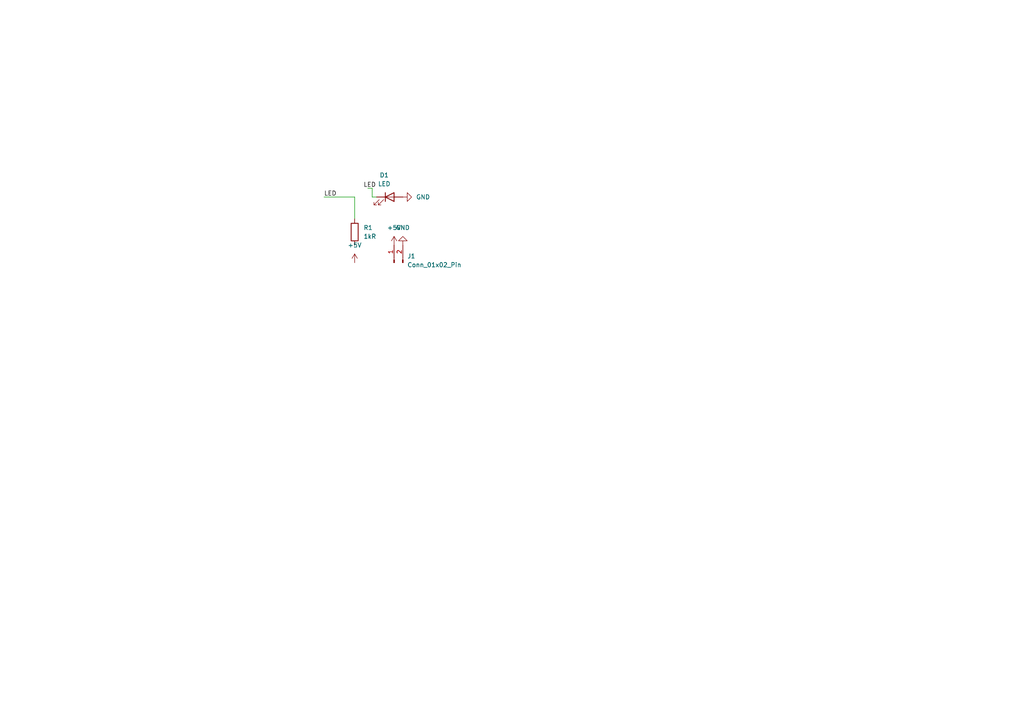
<source format=kicad_sch>
(kicad_sch (version 20230121) (generator eeschema)

  (uuid 4978d133-8c38-436f-8625-5b37764d141f)

  (paper "A4")

  (lib_symbols
    (symbol "Connector:Conn_01x02_Pin" (pin_names (offset 1.016) hide) (in_bom yes) (on_board yes)
      (property "Reference" "J" (at 0 2.54 0)
        (effects (font (size 1.27 1.27)))
      )
      (property "Value" "Conn_01x02_Pin" (at 0 -5.08 0)
        (effects (font (size 1.27 1.27)))
      )
      (property "Footprint" "" (at 0 0 0)
        (effects (font (size 1.27 1.27)) hide)
      )
      (property "Datasheet" "~" (at 0 0 0)
        (effects (font (size 1.27 1.27)) hide)
      )
      (property "ki_locked" "" (at 0 0 0)
        (effects (font (size 1.27 1.27)))
      )
      (property "ki_keywords" "connector" (at 0 0 0)
        (effects (font (size 1.27 1.27)) hide)
      )
      (property "ki_description" "Generic connector, single row, 01x02, script generated" (at 0 0 0)
        (effects (font (size 1.27 1.27)) hide)
      )
      (property "ki_fp_filters" "Connector*:*_1x??_*" (at 0 0 0)
        (effects (font (size 1.27 1.27)) hide)
      )
      (symbol "Conn_01x02_Pin_1_1"
        (polyline
          (pts
            (xy 1.27 -2.54)
            (xy 0.8636 -2.54)
          )
          (stroke (width 0.1524) (type default))
          (fill (type none))
        )
        (polyline
          (pts
            (xy 1.27 0)
            (xy 0.8636 0)
          )
          (stroke (width 0.1524) (type default))
          (fill (type none))
        )
        (rectangle (start 0.8636 -2.413) (end 0 -2.667)
          (stroke (width 0.1524) (type default))
          (fill (type outline))
        )
        (rectangle (start 0.8636 0.127) (end 0 -0.127)
          (stroke (width 0.1524) (type default))
          (fill (type outline))
        )
        (pin passive line (at 5.08 0 180) (length 3.81)
          (name "Pin_1" (effects (font (size 1.27 1.27))))
          (number "1" (effects (font (size 1.27 1.27))))
        )
        (pin passive line (at 5.08 -2.54 180) (length 3.81)
          (name "Pin_2" (effects (font (size 1.27 1.27))))
          (number "2" (effects (font (size 1.27 1.27))))
        )
      )
    )
    (symbol "Device:LED" (pin_numbers hide) (pin_names (offset 1.016) hide) (in_bom yes) (on_board yes)
      (property "Reference" "D" (at 0 2.54 0)
        (effects (font (size 1.27 1.27)))
      )
      (property "Value" "LED" (at 0 -2.54 0)
        (effects (font (size 1.27 1.27)))
      )
      (property "Footprint" "" (at 0 0 0)
        (effects (font (size 1.27 1.27)) hide)
      )
      (property "Datasheet" "~" (at 0 0 0)
        (effects (font (size 1.27 1.27)) hide)
      )
      (property "ki_keywords" "LED diode" (at 0 0 0)
        (effects (font (size 1.27 1.27)) hide)
      )
      (property "ki_description" "Light emitting diode" (at 0 0 0)
        (effects (font (size 1.27 1.27)) hide)
      )
      (property "ki_fp_filters" "LED* LED_SMD:* LED_THT:*" (at 0 0 0)
        (effects (font (size 1.27 1.27)) hide)
      )
      (symbol "LED_0_1"
        (polyline
          (pts
            (xy -1.27 -1.27)
            (xy -1.27 1.27)
          )
          (stroke (width 0.254) (type default))
          (fill (type none))
        )
        (polyline
          (pts
            (xy -1.27 0)
            (xy 1.27 0)
          )
          (stroke (width 0) (type default))
          (fill (type none))
        )
        (polyline
          (pts
            (xy 1.27 -1.27)
            (xy 1.27 1.27)
            (xy -1.27 0)
            (xy 1.27 -1.27)
          )
          (stroke (width 0.254) (type default))
          (fill (type none))
        )
        (polyline
          (pts
            (xy -3.048 -0.762)
            (xy -4.572 -2.286)
            (xy -3.81 -2.286)
            (xy -4.572 -2.286)
            (xy -4.572 -1.524)
          )
          (stroke (width 0) (type default))
          (fill (type none))
        )
        (polyline
          (pts
            (xy -1.778 -0.762)
            (xy -3.302 -2.286)
            (xy -2.54 -2.286)
            (xy -3.302 -2.286)
            (xy -3.302 -1.524)
          )
          (stroke (width 0) (type default))
          (fill (type none))
        )
      )
      (symbol "LED_1_1"
        (pin passive line (at -3.81 0 0) (length 2.54)
          (name "K" (effects (font (size 1.27 1.27))))
          (number "1" (effects (font (size 1.27 1.27))))
        )
        (pin passive line (at 3.81 0 180) (length 2.54)
          (name "A" (effects (font (size 1.27 1.27))))
          (number "2" (effects (font (size 1.27 1.27))))
        )
      )
    )
    (symbol "Device:R" (pin_numbers hide) (pin_names (offset 0)) (in_bom yes) (on_board yes)
      (property "Reference" "R" (at 2.032 0 90)
        (effects (font (size 1.27 1.27)))
      )
      (property "Value" "R" (at 0 0 90)
        (effects (font (size 1.27 1.27)))
      )
      (property "Footprint" "" (at -1.778 0 90)
        (effects (font (size 1.27 1.27)) hide)
      )
      (property "Datasheet" "~" (at 0 0 0)
        (effects (font (size 1.27 1.27)) hide)
      )
      (property "ki_keywords" "R res resistor" (at 0 0 0)
        (effects (font (size 1.27 1.27)) hide)
      )
      (property "ki_description" "Resistor" (at 0 0 0)
        (effects (font (size 1.27 1.27)) hide)
      )
      (property "ki_fp_filters" "R_*" (at 0 0 0)
        (effects (font (size 1.27 1.27)) hide)
      )
      (symbol "R_0_1"
        (rectangle (start -1.016 -2.54) (end 1.016 2.54)
          (stroke (width 0.254) (type default))
          (fill (type none))
        )
      )
      (symbol "R_1_1"
        (pin passive line (at 0 3.81 270) (length 1.27)
          (name "~" (effects (font (size 1.27 1.27))))
          (number "1" (effects (font (size 1.27 1.27))))
        )
        (pin passive line (at 0 -3.81 90) (length 1.27)
          (name "~" (effects (font (size 1.27 1.27))))
          (number "2" (effects (font (size 1.27 1.27))))
        )
      )
    )
    (symbol "power:+5V" (power) (pin_names (offset 0)) (in_bom yes) (on_board yes)
      (property "Reference" "#PWR" (at 0 -3.81 0)
        (effects (font (size 1.27 1.27)) hide)
      )
      (property "Value" "+5V" (at 0 3.556 0)
        (effects (font (size 1.27 1.27)))
      )
      (property "Footprint" "" (at 0 0 0)
        (effects (font (size 1.27 1.27)) hide)
      )
      (property "Datasheet" "" (at 0 0 0)
        (effects (font (size 1.27 1.27)) hide)
      )
      (property "ki_keywords" "global power" (at 0 0 0)
        (effects (font (size 1.27 1.27)) hide)
      )
      (property "ki_description" "Power symbol creates a global label with name \"+5V\"" (at 0 0 0)
        (effects (font (size 1.27 1.27)) hide)
      )
      (symbol "+5V_0_1"
        (polyline
          (pts
            (xy -0.762 1.27)
            (xy 0 2.54)
          )
          (stroke (width 0) (type default))
          (fill (type none))
        )
        (polyline
          (pts
            (xy 0 0)
            (xy 0 2.54)
          )
          (stroke (width 0) (type default))
          (fill (type none))
        )
        (polyline
          (pts
            (xy 0 2.54)
            (xy 0.762 1.27)
          )
          (stroke (width 0) (type default))
          (fill (type none))
        )
      )
      (symbol "+5V_1_1"
        (pin power_in line (at 0 0 90) (length 0) hide
          (name "+5V" (effects (font (size 1.27 1.27))))
          (number "1" (effects (font (size 1.27 1.27))))
        )
      )
    )
    (symbol "power:GND" (power) (pin_names (offset 0)) (in_bom yes) (on_board yes)
      (property "Reference" "#PWR" (at 0 -6.35 0)
        (effects (font (size 1.27 1.27)) hide)
      )
      (property "Value" "GND" (at 0 -3.81 0)
        (effects (font (size 1.27 1.27)))
      )
      (property "Footprint" "" (at 0 0 0)
        (effects (font (size 1.27 1.27)) hide)
      )
      (property "Datasheet" "" (at 0 0 0)
        (effects (font (size 1.27 1.27)) hide)
      )
      (property "ki_keywords" "global power" (at 0 0 0)
        (effects (font (size 1.27 1.27)) hide)
      )
      (property "ki_description" "Power symbol creates a global label with name \"GND\" , ground" (at 0 0 0)
        (effects (font (size 1.27 1.27)) hide)
      )
      (symbol "GND_0_1"
        (polyline
          (pts
            (xy 0 0)
            (xy 0 -1.27)
            (xy 1.27 -1.27)
            (xy 0 -2.54)
            (xy -1.27 -1.27)
            (xy 0 -1.27)
          )
          (stroke (width 0) (type default))
          (fill (type none))
        )
      )
      (symbol "GND_1_1"
        (pin power_in line (at 0 0 270) (length 0) hide
          (name "GND" (effects (font (size 1.27 1.27))))
          (number "1" (effects (font (size 1.27 1.27))))
        )
      )
    )
  )


  (wire (pts (xy 107.95 54.61) (xy 107.95 57.15))
    (stroke (width 0) (type default))
    (uuid 42a94567-1326-4785-85a6-117fcf53048b)
  )
  (wire (pts (xy 106.68 54.61) (xy 107.95 54.61))
    (stroke (width 0) (type default))
    (uuid 531063b1-bf8b-4827-bb30-dca1a7a4fb2b)
  )
  (wire (pts (xy 107.95 57.15) (xy 109.22 57.15))
    (stroke (width 0) (type default))
    (uuid b9d81f9e-ca4a-428f-93ad-168c0fe0f6f6)
  )
  (wire (pts (xy 102.87 57.15) (xy 102.87 63.5))
    (stroke (width 0) (type default))
    (uuid c9c420d7-7dfc-432e-a7ff-64d06beb34a1)
  )
  (wire (pts (xy 93.98 57.15) (xy 102.87 57.15))
    (stroke (width 0) (type default))
    (uuid e49df57c-256a-49a6-9090-585906685cdb)
  )

  (label "LED" (at 105.41 54.61 0) (fields_autoplaced)
    (effects (font (size 1.27 1.27)) (justify left bottom))
    (uuid d828e319-2213-4165-a0b4-eb2ed4edcb71)
  )
  (label "LED" (at 93.98 57.15 0) (fields_autoplaced)
    (effects (font (size 1.27 1.27)) (justify left bottom))
    (uuid e2b27868-b0a5-4dce-aeb6-46fdf772ddba)
  )

  (symbol (lib_id "power:GND") (at 116.84 71.12 180) (unit 1)
    (in_bom yes) (on_board yes) (dnp no) (fields_autoplaced)
    (uuid 392a7e80-be9a-4c89-b2c8-c2ffea0d6af0)
    (property "Reference" "#PWR03" (at 116.84 64.77 0)
      (effects (font (size 1.27 1.27)) hide)
    )
    (property "Value" "GND" (at 116.84 66.04 0)
      (effects (font (size 1.27 1.27)))
    )
    (property "Footprint" "" (at 116.84 71.12 0)
      (effects (font (size 1.27 1.27)) hide)
    )
    (property "Datasheet" "" (at 116.84 71.12 0)
      (effects (font (size 1.27 1.27)) hide)
    )
    (pin "1" (uuid d1154f05-fcc1-46f1-9fde-eecbad008547))
    (instances
      (project "Lab 2"
        (path "/4978d133-8c38-436f-8625-5b37764d141f"
          (reference "#PWR03") (unit 1)
        )
      )
    )
  )

  (symbol (lib_id "Device:R") (at 102.87 67.31 0) (unit 1)
    (in_bom yes) (on_board yes) (dnp no) (fields_autoplaced)
    (uuid 52b866bf-e0ca-4d4f-83b7-cea8c46a1e66)
    (property "Reference" "R1" (at 105.41 66.04 0)
      (effects (font (size 1.27 1.27)) (justify left))
    )
    (property "Value" "1kR" (at 105.41 68.58 0)
      (effects (font (size 1.27 1.27)) (justify left))
    )
    (property "Footprint" "" (at 101.092 67.31 90)
      (effects (font (size 1.27 1.27)) hide)
    )
    (property "Datasheet" "~" (at 102.87 67.31 0)
      (effects (font (size 1.27 1.27)) hide)
    )
    (pin "1" (uuid b554d6b9-8ce2-4ff7-850b-30dab1cae81d))
    (pin "2" (uuid 5bec5306-632f-4f2f-bbca-a6c784804fdf))
    (instances
      (project "Lab 2"
        (path "/4978d133-8c38-436f-8625-5b37764d141f"
          (reference "R1") (unit 1)
        )
      )
    )
  )

  (symbol (lib_id "power:+5V") (at 114.3 71.12 0) (unit 1)
    (in_bom yes) (on_board yes) (dnp no) (fields_autoplaced)
    (uuid 8557315f-5a76-4329-886f-90015f83cbce)
    (property "Reference" "#PWR01" (at 114.3 74.93 0)
      (effects (font (size 1.27 1.27)) hide)
    )
    (property "Value" "+5V" (at 114.3 66.04 0)
      (effects (font (size 1.27 1.27)))
    )
    (property "Footprint" "" (at 114.3 71.12 0)
      (effects (font (size 1.27 1.27)) hide)
    )
    (property "Datasheet" "" (at 114.3 71.12 0)
      (effects (font (size 1.27 1.27)) hide)
    )
    (pin "1" (uuid b0a009b6-e2b1-44ec-ad5c-0e45bf9f8c1b))
    (instances
      (project "Lab 2"
        (path "/4978d133-8c38-436f-8625-5b37764d141f"
          (reference "#PWR01") (unit 1)
        )
      )
    )
  )

  (symbol (lib_id "power:GND") (at 116.84 57.15 90) (unit 1)
    (in_bom yes) (on_board yes) (dnp no) (fields_autoplaced)
    (uuid accfd19d-238d-4014-a77f-a83c6718c02e)
    (property "Reference" "#PWR04" (at 123.19 57.15 0)
      (effects (font (size 1.27 1.27)) hide)
    )
    (property "Value" "GND" (at 120.65 57.15 90)
      (effects (font (size 1.27 1.27)) (justify right))
    )
    (property "Footprint" "" (at 116.84 57.15 0)
      (effects (font (size 1.27 1.27)) hide)
    )
    (property "Datasheet" "" (at 116.84 57.15 0)
      (effects (font (size 1.27 1.27)) hide)
    )
    (pin "1" (uuid ee081beb-17af-49bc-b356-fe2e13517493))
    (instances
      (project "Lab 2"
        (path "/4978d133-8c38-436f-8625-5b37764d141f"
          (reference "#PWR04") (unit 1)
        )
      )
    )
  )

  (symbol (lib_id "Device:LED") (at 113.03 57.15 0) (unit 1)
    (in_bom yes) (on_board yes) (dnp no) (fields_autoplaced)
    (uuid cbf8326c-a2fb-4025-a868-f82018bf96ff)
    (property "Reference" "D1" (at 111.4425 50.8 0)
      (effects (font (size 1.27 1.27)))
    )
    (property "Value" "LED" (at 111.4425 53.34 0)
      (effects (font (size 1.27 1.27)))
    )
    (property "Footprint" "" (at 113.03 57.15 0)
      (effects (font (size 1.27 1.27)) hide)
    )
    (property "Datasheet" "~" (at 113.03 57.15 0)
      (effects (font (size 1.27 1.27)) hide)
    )
    (pin "1" (uuid 05b52d64-3e1b-4f57-8b97-8a048da89df0))
    (pin "2" (uuid 3860eaa8-08e3-41ec-b762-f37bcc4a8671))
    (instances
      (project "Lab 2"
        (path "/4978d133-8c38-436f-8625-5b37764d141f"
          (reference "D1") (unit 1)
        )
      )
    )
  )

  (symbol (lib_id "power:+5V") (at 102.87 76.2 0) (unit 1)
    (in_bom yes) (on_board yes) (dnp no) (fields_autoplaced)
    (uuid cf2c0437-63da-4137-ae06-5b3980b3fbb2)
    (property "Reference" "#PWR02" (at 102.87 80.01 0)
      (effects (font (size 1.27 1.27)) hide)
    )
    (property "Value" "+5V" (at 102.87 71.12 0)
      (effects (font (size 1.27 1.27)))
    )
    (property "Footprint" "" (at 102.87 76.2 0)
      (effects (font (size 1.27 1.27)) hide)
    )
    (property "Datasheet" "" (at 102.87 76.2 0)
      (effects (font (size 1.27 1.27)) hide)
    )
    (pin "1" (uuid f9e3bd44-b921-44d5-9cb3-1d50934ab38c))
    (instances
      (project "Lab 2"
        (path "/4978d133-8c38-436f-8625-5b37764d141f"
          (reference "#PWR02") (unit 1)
        )
      )
    )
  )

  (symbol (lib_id "Connector:Conn_01x02_Pin") (at 114.3 76.2 90) (unit 1)
    (in_bom yes) (on_board yes) (dnp no) (fields_autoplaced)
    (uuid efc6c6a7-68b1-496d-9a71-980ab589659a)
    (property "Reference" "J1" (at 118.11 74.295 90)
      (effects (font (size 1.27 1.27)) (justify right))
    )
    (property "Value" "Conn_01x02_Pin" (at 118.11 76.835 90)
      (effects (font (size 1.27 1.27)) (justify right))
    )
    (property "Footprint" "" (at 114.3 76.2 0)
      (effects (font (size 1.27 1.27)) hide)
    )
    (property "Datasheet" "~" (at 114.3 76.2 0)
      (effects (font (size 1.27 1.27)) hide)
    )
    (pin "1" (uuid 1c5317d2-3c9e-4bb6-b963-e3fb8a81ceb3))
    (pin "2" (uuid 4bf68d34-1bf0-410b-af81-df3e1aae96c7))
    (instances
      (project "Lab 2"
        (path "/4978d133-8c38-436f-8625-5b37764d141f"
          (reference "J1") (unit 1)
        )
      )
    )
  )

  (sheet_instances
    (path "/" (page "1"))
  )
)

</source>
